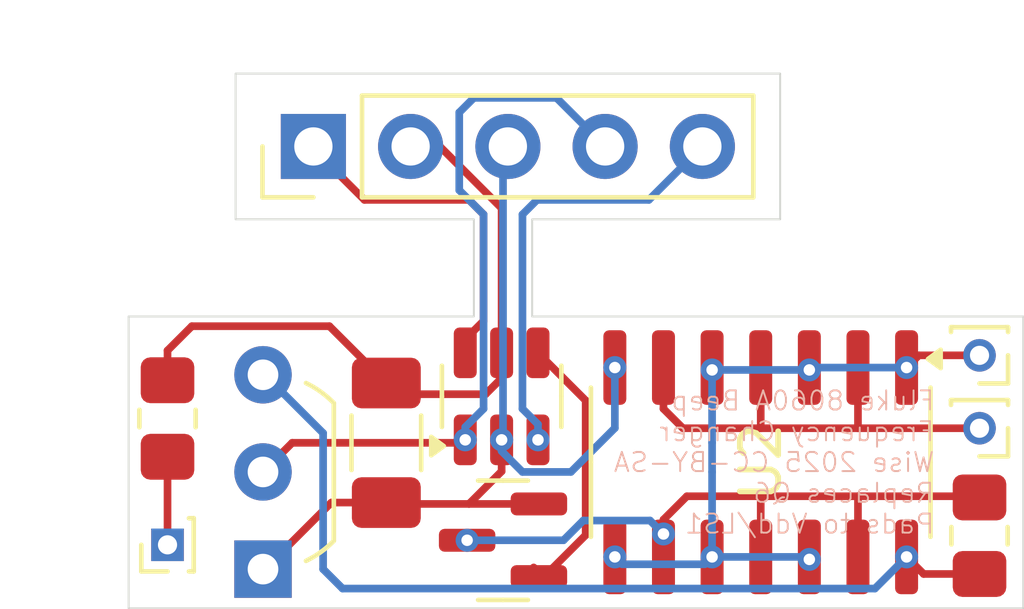
<source format=kicad_pcb>
(kicad_pcb (version 20241229) (generator "pcbnew") (generator_version "9.0")
  (layers (0 "F.Cu" signal) (2 "B.Cu" signal) (13 "F.Paste" user) (15 "B.Paste" user) (5 "F.SilkS" user "F.Silkscreen") (7 "B.SilkS" user "B.Silkscreen") (1 "F.Mask" user) (3 "B.Mask" user) (25 "Edge.Cuts" user))
  (net 0 "")
  (net 1 "GND")
  (net 2 "Net-(J1-VDD)")
  (net 3 "/TONE")
  (net 4 "Net-(J1-~{MCLR}{slash}VPP)")
  (net 5 "Net-(J2-Pin_1)")
  (net 6 "Net-(J4-Pin_1)")
  (net 7 "Net-(J5-Pin_1)")
  (net 8 "Net-(Q1-D)")
  (net 9 "/N1OUT")
  (net 10 "BTPlus")
  (net 11 "/ICSPCLK")
  (footprint "Resistor_SMD:R_0805_2012Metric_Pad1.20x1.40mm_HandSolder" (layer "F.Cu") (at 71.755 98.441 90)
    (property "Reference" "R2" (hide yes))
    (property "Value" "100K" (hide yes))
    (fp_line (start -0.227064 -0.735) (end 0.227064 -0.735) (stroke (width 0.12)) (layer "F.SilkS"))
    (fp_line (start -0.227064 0.735) (end 0.227064 0.735) (stroke (width 0.12)) (layer "F.SilkS"))
    (pad "1" smd roundrect (at -1 0 90) (size 1.2 1.4) (layers "F.Cu" "F.Mask" "F.Paste") (roundrect_rratio 0.208333) (net 10 "BTPlus"))
    (pad "2" smd roundrect (at 1 0 90) (size 1.2 1.4) (layers "F.Cu" "F.Mask" "F.Paste") (roundrect_rratio 0.208333) (net 8 "Net-(Q1-D)"))
  )
  (footprint "Capacitor_SMD:C_1206_3216Metric_Pad1.33x1.80mm_HandSolder" (layer "F.Cu") (at 56.261 96.012 -90)
    (property "Reference" "C1" (hide yes))
    (property "Value" "1u" (hide yes))
    (fp_line (start -0.711252 0.91) (end 0.711252 0.91) (stroke (width 0.12)) (layer "F.SilkS"))
    (fp_line (start -0.711252 -0.91) (end 0.711252 -0.91) (stroke (width 0.12)) (layer "F.SilkS"))
    (pad "1" smd roundrect (at -1.5625 0 270) (size 1.325 1.8) (layers "F.Cu" "F.Mask" "F.Paste") (roundrect_rratio 0.188679) (net 2 "Net-(J1-VDD)"))
    (pad "2" smd roundrect (at 1.5625 0 270) (size 1.325 1.8) (layers "F.Cu" "F.Mask" "F.Paste") (roundrect_rratio 0.188679) (net 1 "GND"))
  )
  (footprint "Package_TO_SOT_SMD:SOT-23" (layer "F.Cu") (at 59.309 98.56 180)
    (property "Reference" "Q1" (hide yes))
    (property "Value" "2N7002" (hide yes))
    (fp_line (start 0 1.56) (end 0.65 1.56) (stroke (width 0.12)) (layer "F.SilkS"))
    (fp_line (start 0 1.56) (end -0.65 1.56) (stroke (width 0.12)) (layer "F.SilkS"))
    (fp_line (start 0 -1.56) (end 0.65 -1.56) (stroke (width 0.12)) (layer "F.SilkS"))
    (fp_line (start 0 -1.56) (end -0.65 -1.56) (stroke (width 0.12)) (layer "F.SilkS"))
    (pad "1" smd roundrect (at -0.9375 -0.95 180) (size 1.475 0.6) (layers "F.Cu" "F.Mask" "F.Paste") (net 9 "/N1OUT"))
    (pad "2" smd roundrect (at -0.9375 0.95 180) (size 1.475 0.6) (layers "F.Cu" "F.Mask" "F.Paste") (net 1 "GND"))
    (pad "3" smd roundrect (at 0.9375 0 180) (size 1.475 0.6) (layers "F.Cu" "F.Mask" "F.Paste") (net 8 "Net-(Q1-D)"))
  )
  (footprint "Package_TO_SOT_SMD:SOT-23-6" (layer "F.Cu") (at 59.2725 94.7975 90)
    (property "Reference" "U1" (hide yes))
    (property "Value" "PIC10F320-IOT" (hide yes))
    (fp_line (start 0 -1.56) (end 0.8 -1.56) (stroke (width 0.12)) (layer "F.SilkS"))
    (fp_line (start 0 -1.56) (end -0.8 -1.56) (stroke (width 0.12)) (layer "F.SilkS"))
    (fp_line (start 0 1.56) (end 0.8 1.56) (stroke (width 0.12)) (layer "F.SilkS"))
    (fp_line (start 0 1.56) (end -0.8 1.56) (stroke (width 0.12)) (layer "F.SilkS"))
    (fp_poly (pts (xy -1.3 -1.51) (xy -1.54 -1.84) (xy -1.06 -1.84) (xy -1.3 -1.51)) (stroke (width 0.12)) (fill yes) (layer "F.SilkS"))
    (pad "1" smd roundrect (at -1.1375 -0.95 90) (size 1.325 0.6) (layers "F.Cu" "F.Mask" "F.Paste") (net 3 "/TONE"))
    (pad "2" smd roundrect (at -1.1375 0 90) (size 1.325 0.6) (layers "F.Cu" "F.Mask" "F.Paste") (net 1 "GND"))
    (pad "3" smd roundrect (at -1.1375 0.95 90) (size 1.325 0.6) (layers "F.Cu" "F.Mask" "F.Paste") (net 11 "/ICSPCLK"))
    (pad "4" smd roundrect (at 1.1375 0.95 90) (size 1.325 0.6) (layers "F.Cu" "F.Mask" "F.Paste") (net 9 "/N1OUT"))
    (pad "5" smd roundrect (at 1.1375 0 90) (size 1.325 0.6) (layers "F.Cu" "F.Mask" "F.Paste") (net 2 "Net-(J1-VDD)"))
    (pad "6" smd roundrect (at 1.1375 -0.95 90) (size 1.325 0.6) (layers "F.Cu" "F.Mask" "F.Paste") (net 4 "Net-(J1-~{MCLR}{slash}VPP)"))
  )
  (footprint "Connector_PinHeader_2.54mm:PinHeader_1x05_P2.54mm_Vertical" (layer "F.Cu") (at 54.356 88.265 90)
    (property "Reference" "J1" (hide yes))
    (property "Value" "Conn_PIC_ICSP_ICD")
    (fp_line (start -1.33 -1.33) (end 0 -1.33) (stroke (width 0.12)) (layer "F.SilkS"))
    (fp_line (start -1.33 0) (end -1.33 -1.33) (stroke (width 0.12)) (layer "F.SilkS"))
    (fp_line (start 1.33 1.27) (end 1.33 11.49) (stroke (width 0.12)) (layer "F.SilkS"))
    (fp_line (start -1.33 1.27) (end 1.33 1.27) (stroke (width 0.12)) (layer "F.SilkS"))
    (fp_line (start -1.33 1.27) (end -1.33 11.49) (stroke (width 0.12)) (layer "F.SilkS"))
    (fp_line (start -1.33 11.49) (end 1.33 11.49) (stroke (width 0.12)) (layer "F.SilkS"))
    (pad "1" thru_hole rect (at 0 0 90) (size 1.7 1.7) (drill 1) (layers "*.Cu" "*.Mask") (net 4 "Net-(J1-~{MCLR}{slash}VPP)"))
    (pad "2" thru_hole oval (at 0 2.54 90) (size 1.7 1.7) (drill 1) (layers "*.Cu" "*.Mask") (net 2 "Net-(J1-VDD)"))
    (pad "3" thru_hole oval (at 0 5.08 90) (size 1.7 1.7) (drill 1) (layers "*.Cu" "*.Mask") (net 1 "GND"))
    (pad "4" thru_hole oval (at 0 7.62 90) (size 1.7 1.7) (drill 1) (layers "*.Cu" "*.Mask") (net 3 "/TONE"))
    (pad "5" thru_hole oval (at 0 10.16 90) (size 1.7 1.7) (drill 1) (layers "*.Cu" "*.Mask") (net 11 "/ICSPCLK"))
  )
  (footprint "Package_SO:SOIC-14_3.9x8.7mm_P1.27mm" (layer "F.Cu") (at 66.04 96.52 -90)
    (property "Reference" "U2" (at 0 0 90) (layer "F.SilkS"))
    (property "Value" "4069" (hide yes))
    (fp_line (start 0 4.435) (end -1.95 4.435) (stroke (width 0.12)) (layer "F.SilkS"))
    (fp_line (start 0 4.435) (end 1.95 4.435) (stroke (width 0.12)) (layer "F.SilkS"))
    (fp_line (start 0 -4.435) (end -1.95 -4.435) (stroke (width 0.12)) (layer "F.SilkS"))
    (fp_line (start 0 -4.435) (end 1.95 -4.435) (stroke (width 0.12)) (layer "F.SilkS"))
    (fp_poly (pts (xy -2.7 -4.37) (xy -2.94 -4.7) (xy -2.46 -4.7)) (stroke (width 0.12)) (fill yes) (layer "F.SilkS"))
    (pad "1" smd roundrect (at -2.475 -3.81 270) (size 1.95 0.6) (layers "F.Cu" "F.Mask" "F.Paste") (net 7 "Net-(J5-Pin_1)"))
    (pad "2" smd roundrect (at -2.475 -2.54 270) (size 1.95 0.6) (layers "F.Cu" "F.Mask" "F.Paste") (net 6 "Net-(J4-Pin_1)"))
    (pad "3" smd roundrect (at -2.475 -1.27 270) (size 1.95 0.6) (layers "F.Cu" "F.Mask" "F.Paste") (net 7 "Net-(J5-Pin_1)"))
    (pad "4" smd roundrect (at -2.475 0 270) (size 1.95 0.6) (layers "F.Cu" "F.Mask" "F.Paste") (net 6 "Net-(J4-Pin_1)"))
    (pad "5" smd roundrect (at -2.475 1.27 270) (size 1.95 0.6) (layers "F.Cu" "F.Mask" "F.Paste") (net 7 "Net-(J5-Pin_1)"))
    (pad "6" smd roundrect (at -2.475 2.54 270) (size 1.95 0.6) (layers "F.Cu" "F.Mask" "F.Paste") (net 6 "Net-(J4-Pin_1)"))
    (pad "7" smd roundrect (at -2.475 3.81 270) (size 1.95 0.6) (layers "F.Cu" "F.Mask" "F.Paste") (net 1 "GND"))
    (pad "8" smd roundrect (at 2.475 3.81 270) (size 1.95 0.6) (layers "F.Cu" "F.Mask" "F.Paste") (net 7 "Net-(J5-Pin_1)"))
    (pad "9" smd roundrect (at 2.475 2.54 270) (size 1.95 0.6) (layers "F.Cu" "F.Mask" "F.Paste") (net 8 "Net-(Q1-D)"))
    (pad "10" smd roundrect (at 2.475 1.27 270) (size 1.95 0.6) (layers "F.Cu" "F.Mask" "F.Paste") (net 7 "Net-(J5-Pin_1)"))
    (pad "11" smd roundrect (at 2.475 0 270) (size 1.95 0.6) (layers "F.Cu" "F.Mask" "F.Paste") (net 8 "Net-(Q1-D)"))
    (pad "12" smd roundrect (at 2.475 -1.27 270) (size 1.95 0.6) (layers "F.Cu" "F.Mask" "F.Paste") (net 7 "Net-(J5-Pin_1)"))
    (pad "13" smd roundrect (at 2.475 -2.54 270) (size 1.95 0.6) (layers "F.Cu" "F.Mask" "F.Paste") (net 8 "Net-(Q1-D)"))
    (pad "14" smd roundrect (at 2.475 -3.81 270) (size 1.95 0.6) (layers "F.Cu" "F.Mask" "F.Paste") (net 10 "BTPlus"))
  )
  (footprint "Connector_PinHeader_1.00mm:PinHeader_1x01_P1.00mm_Vertical" (layer "F.Cu") (at 50.546 98.679 90)
    (property "Reference" "J2" (hide yes))
    (property "Value" "Conn_01x01_Pin" (hide yes))
    (fp_line (start -0.695 -0.685) (end 0 -0.685) (stroke (width 0.12)) (layer "F.SilkS"))
    (fp_line (start -0.695 0) (end -0.695 -0.685) (stroke (width 0.12)) (layer "F.SilkS"))
    (fp_line (start 0.695 0.685) (end 0.695 0.56) (stroke (width 0.12)) (layer "F.SilkS"))
    (fp_line (start 0.608276 0.685) (end 0.695 0.685) (stroke (width 0.12)) (layer "F.SilkS"))
    (fp_line (start -0.695 0.685) (end -0.695 0.56) (stroke (width 0.12)) (layer "F.SilkS"))
    (fp_line (start -0.695 0.685) (end 0.695 0.685) (stroke (width 0.12)) (layer "F.SilkS"))
    (fp_line (start -0.695 0.685) (end -0.608276 0.685) (stroke (width 0.12)) (layer "F.SilkS"))
    (pad "1" thru_hole rect (at 0 0 90) (size 0.85 0.85) (drill 0.5) (layers "*.Cu" "*.Mask") (net 5 "Net-(J2-Pin_1)"))
  )
  (footprint "Package_TO_SOT_THT:TO-92_Inline_Wide" (layer "F.Cu") (at 53.04 99.314 90)
    (property "Reference" "Q2" (hide yes))
    (property "Value" "2N3904" (hide yes))
    (fp_line (start 0.74 1.85) (end 4.34 1.85) (stroke (width 0.12)) (layer "F.SilkS"))
    (fp_arc (start 4.864184 1.122795) (mid 4.633903 1.509328) (end 4.34 1.85) (stroke (width 0.12)) (layer "F.SilkS"))
    (fp_arc (start 0.74 1.85) (mid 0.446097 1.509328) (end 0.215816 1.122795) (stroke (width 0.12)) (layer "F.SilkS"))
    (pad "1" thru_hole rect (at 0 0 90) (size 1.5 1.5) (drill 0.8) (layers "*.Cu" "*.Mask") (net 1 "GND"))
    (pad "2" thru_hole circle (at 2.54 0 90) (size 1.5 1.5) (drill 0.8) (layers "*.Cu" "*.Mask") (net 3 "/TONE"))
    (pad "3" thru_hole circle (at 5.08 0 90) (size 1.5 1.5) (drill 0.8) (layers "*.Cu" "*.Mask") (net 10 "BTPlus"))
  )
  (footprint "Resistor_SMD:R_0805_2012Metric_Pad1.20x1.40mm_HandSolder" (layer "F.Cu") (at 50.546 95.377 90)
    (property "Reference" "R1" (hide yes))
    (property "Value" "470" (hide yes))
    (fp_line (start -0.227064 -0.735) (end 0.227064 -0.735) (stroke (width 0.12)) (layer "F.SilkS"))
    (fp_line (start -0.227064 0.735) (end 0.227064 0.735) (stroke (width 0.12)) (layer "F.SilkS"))
    (pad "1" smd roundrect (at -1 0 90) (size 1.2 1.4) (layers "F.Cu" "F.Mask" "F.Paste") (roundrect_rratio 0.208333) (net 5 "Net-(J2-Pin_1)"))
    (pad "2" smd roundrect (at 1 0 90) (size 1.2 1.4) (layers "F.Cu" "F.Mask" "F.Paste") (roundrect_rratio 0.208333) (net 2 "Net-(J1-VDD)"))
  )
  (footprint "Connector_PinHeader_1.00mm:PinHeader_1x01_P1.00mm_Vertical" (layer "F.Cu") (at 71.755 93.726 180)
    (property "Reference" "J5" (hide yes))
    (property "Value" "Conn_01x01_Pin" (hide yes))
    (fp_line (start 0.745 0.735) (end 0.745 0.61) (stroke (width 0.12)) (layer "F.SilkS"))
    (fp_line (start 0.685565 0.735) (end 0.745 0.735) (stroke (width 0.12)) (layer "F.SilkS"))
    (fp_line (start -0.745 0.735) (end 0.745 0.735) (stroke (width 0.12)) (layer "F.SilkS"))
    (fp_line (start -0.745 0.735) (end -0.685565 0.735) (stroke (width 0.12)) (layer "F.SilkS"))
    (fp_line (start -0.745 0.735) (end -0.745 0.61) (stroke (width 0.12)) (layer "F.SilkS"))
    (fp_line (start -0.745 0) (end -0.745 -0.735) (stroke (width 0.12)) (layer "F.SilkS"))
    (fp_line (start -0.745 -0.735) (end 0 -0.735) (stroke (width 0.12)) (layer "F.SilkS"))
    (pad "1" thru_hole circle (at 0 0 180) (size 0.85 0.85) (drill 0.5) (layers "*.Cu" "*.Mask") (net 7 "Net-(J5-Pin_1)"))
  )
  (footprint "Connector_PinHeader_1.00mm:PinHeader_1x01_P1.00mm_Vertical" (layer "F.Cu") (at 71.755 95.631 180)
    (property "Reference" "J4" (hide yes))
    (property "Value" "Conn_01x01_Pin" (hide yes))
    (fp_line (start 0.745 0.735) (end 0.745 0.61) (stroke (width 0.12)) (layer "F.SilkS"))
    (fp_line (start 0.685565 0.735) (end 0.745 0.735) (stroke (width 0.12)) (layer "F.SilkS"))
    (fp_line (start -0.745 0.735) (end 0.745 0.735) (stroke (width 0.12)) (layer "F.SilkS"))
    (fp_line (start -0.745 0.735) (end -0.685565 0.735) (stroke (width 0.12)) (layer "F.SilkS"))
    (fp_line (start -0.745 0.735) (end -0.745 0.61) (stroke (width 0.12)) (layer "F.SilkS"))
    (fp_line (start -0.745 0) (end -0.745 -0.735) (stroke (width 0.12)) (layer "F.SilkS"))
    (fp_line (start -0.745 -0.735) (end 0 -0.735) (stroke (width 0.12)) (layer "F.SilkS"))
    (pad "1" thru_hole circle (at 0 0 180) (size 0.85 0.85) (drill 0.5) (layers "*.Cu" "*.Mask") (net 6 "Net-(J4-Pin_1)"))
  )
  (gr_poly (pts (xy 49.53 100.339423) (xy 72.898 100.339423) (xy 72.898 92.71) (xy 60.071 92.71) (xy 60.071 90.17) (xy 66.548 90.17) (xy 66.548 86.36) (xy 52.324 86.36) (xy 52.324 90.17) (xy 58.547 90.17) (xy 58.547 92.71) (xy 49.53 92.71)) (stroke (width 0.05)) (fill no) (layer "Edge.Cuts"))
  (gr_text "Fluke 8060A Beep\nFrequency Changer\nWise 2025 CC-BY-SA\nReplaces Q6\nPads to Vdd/LS1" (at 70.612 98.425 0) (layer "B.SilkS") (effects (font (size 0.5 0.5) (thickness 0.05)) (justify left bottom mirror)))
  (segment (start 59.2725 95.935) (end 59.2725 96.7575) (width 0.2) (layer "F.Cu") (net 1))
  (segment (start 54.8255 97.5745) (end 56.261 97.5745) (width 0.2) (layer "F.Cu") (net 1))
  (segment (start 56.2965 97.61) (end 58.42 97.61) (width 0.2) (layer "F.Cu") (net 1))
  (segment (start 53.04 99.314) (end 53.086 99.314) (width 0.2) (layer "F.Cu") (net 1))
  (segment (start 58.42 97.61) (end 60.2465 97.61) (width 0.2) (layer "F.Cu") (net 1))
  (segment (start 59.2725 96.7575) (end 58.42 97.61) (width 0.2) (layer "F.Cu") (net 1))
  (segment (start 56.261 97.5745) (end 56.2965 97.61) (width 0.2) (layer "F.Cu") (net 1))
  (segment (start 53.086 99.314) (end 54.8255 97.5745) (width 0.2) (layer "F.Cu") (net 1))
  (via (at 62.23 94.045) (size 0.6) (drill 0.3) (layers "F.Cu" "B.Cu") (net 1))
  (via (at 59.2725 95.935) (size 0.6) (drill 0.3) (layers "F.Cu" "B.Cu") (net 1))
  (segment (start 59.309 95.8985) (end 59.309 88.392) (width 0.2) (layer "B.Cu") (net 1))
  (segment (start 59.2725 96.2295) (end 59.817 96.774) (width 0.2) (layer "B.Cu") (net 1))
  (segment (start 59.817 96.774) (end 61.0825 96.774) (width 0.2) (layer "B.Cu") (net 1))
  (segment (start 59.309 88.392) (end 59.436 88.265) (width 0.2) (layer "B.Cu") (net 1))
  (segment (start 59.2725 95.935) (end 59.2725 96.2295) (width 0.2) (layer "B.Cu") (net 1))
  (segment (start 61.0825 96.774) (end 62.23 95.6265) (width 0.2) (layer "B.Cu") (net 1))
  (segment (start 59.2725 95.935) (end 59.309 95.8985) (width 0.2) (layer "B.Cu") (net 1))
  (segment (start 62.23 95.6265) (end 62.23 94.045) (width 0.2) (layer "B.Cu") (net 1))
  (segment (start 59.2725 93.66) (end 59.2725 89.8795) (width 0.2) (layer "F.Cu") (net 2))
  (segment (start 56.896 94.742) (end 58.852999 94.742) (width 0.2) (layer "F.Cu") (net 2))
  (segment (start 59.2725 89.8795) (end 57.658 88.265) (width 0.2) (layer "F.Cu") (net 2))
  (segment (start 56.261 94.4495) (end 54.7755 92.964) (width 0.2) (layer "F.Cu") (net 2))
  (segment (start 56.6035 94.4495) (end 56.896 94.742) (width 0.2) (layer "F.Cu") (net 2))
  (segment (start 54.7755 92.964) (end 51.181 92.964) (width 0.2) (layer "F.Cu") (net 2))
  (segment (start 56.261 94.4495) (end 56.6035 94.4495) (width 0.2) (layer "F.Cu") (net 2))
  (segment (start 51.181 92.964) (end 50.546 93.599) (width 0.2) (layer "F.Cu") (net 2))
  (segment (start 58.852999 94.742) (end 59.2725 94.322499) (width 0.2) (layer "F.Cu") (net 2))
  (segment (start 57.658 88.265) (end 56.896 88.265) (width 0.2) (layer "F.Cu") (net 2))
  (segment (start 59.2725 94.322499) (end 59.2725 93.66) (width 0.2) (layer "F.Cu") (net 2))
  (segment (start 50.546 93.599) (end 50.546 94.377) (width 0.2) (layer "F.Cu") (net 2))
  (segment (start 58.3225 95.935) (end 58.3225 95.4325) (width 0.2) (layer "F.Cu") (net 3))
  (segment (start 58.3225 95.4325) (end 58.267 95.377) (width 0.2) (layer "F.Cu") (net 3))
  (segment (start 58.2455 96.012) (end 58.3225 95.935) (width 0.2) (layer "F.Cu") (net 3))
  (segment (start 53.802 96.012) (end 58.2455 96.012) (width 0.2) (layer "F.Cu") (net 3))
  (segment (start 53.04 96.774) (end 53.802 96.012) (width 0.2) (layer "F.Cu") (net 3))
  (via (at 58.3225 95.935) (size 0.6) (drill 0.3) (layers "F.Cu" "B.Cu") (net 3))
  (segment (start 58.547 86.995) (end 60.706 86.995) (width 0.2) (layer "B.Cu") (net 3))
  (segment (start 58.166 89.408) (end 58.166 87.376) (width 0.2) (layer "B.Cu") (net 3))
  (segment (start 58.801 95.123) (end 58.801 90.043) (width 0.2) (layer "B.Cu") (net 3))
  (segment (start 58.166 87.376) (end 58.547 86.995) (width 0.2) (layer "B.Cu") (net 3))
  (segment (start 58.3225 95.935) (end 58.3225 95.6015) (width 0.2) (layer "B.Cu") (net 3))
  (segment (start 58.3225 95.6015) (end 58.801 95.123) (width 0.2) (layer "B.Cu") (net 3))
  (segment (start 60.706 86.995) (end 61.976 88.265) (width 0.2) (layer "B.Cu") (net 3))
  (segment (start 58.801 90.043) (end 58.166 89.408) (width 0.2) (layer "B.Cu") (net 3))
  (segment (start 58.3225 93.67) (end 58.3225 93.66) (width 0.2) (layer "F.Cu") (net 4))
  (segment (start 55.6895 89.662) (end 54.356 88.3285) (width 0.2) (layer "F.Cu") (net 4))
  (segment (start 58.801 92.827032) (end 58.801 90.043) (width 0.2) (layer "F.Cu") (net 4))
  (segment (start 58.801 90.043) (end 58.42 89.662) (width 0.2) (layer "F.Cu") (net 4))
  (segment (start 58.42 89.662) (end 55.6895 89.662) (width 0.2) (layer "F.Cu") (net 4))
  (segment (start 58.3225 93.305532) (end 58.801 92.827032) (width 0.2) (layer "F.Cu") (net 4))
  (segment (start 58.3225 93.66) (end 58.3225 93.305532) (width 0.2) (layer "F.Cu") (net 4))
  (segment (start 54.356 88.3285) (end 54.356 88.265) (width 0.2) (layer "F.Cu") (net 4))
  (segment (start 50.546 96.377) (end 50.546 98.679) (width 0.2) (layer "F.Cu") (net 5))
  (segment (start 68.58 94.045) (end 68.58 95.631) (width 0.2) (layer "F.Cu") (net 6))
  (segment (start 66.04 94.045) (end 66.04 95.631) (width 0.2) (layer "F.Cu") (net 6))
  (segment (start 63.5 95.123) (end 64.008 95.631) (width 0.2) (layer "F.Cu") (net 6))
  (segment (start 63.5 94.045) (end 63.5 95.123) (width 0.2) (layer "F.Cu") (net 6))
  (segment (start 68.58 95.631) (end 66.04 95.631) (width 0.2) (layer "F.Cu") (net 6))
  (segment (start 68.58 95.631) (end 71.755 95.631) (width 0.2) (layer "F.Cu") (net 6))
  (segment (start 64.008 95.631) (end 66.04 95.631) (width 0.2) (layer "F.Cu") (net 6))
  (segment (start 64.77 94.045) (end 64.77 94.107) (width 0.2) (layer "F.Cu") (net 7))
  (segment (start 67.31 98.995) (end 67.31 99.06) (width 0.2) (layer "F.Cu") (net 7))
  (segment (start 70.169 93.726) (end 69.85 94.045) (width 0.2) (layer "F.Cu") (net 7))
  (segment (start 67.31 94.045) (end 67.31 94.107) (width 0.2) (layer "F.Cu") (net 7))
  (segment (start 69.85 94.045) (end 69.85 94.234) (width 0.2) (layer "F.Cu") (net 7))
  (segment (start 71.755 93.726) (end 70.169 93.726) (width 0.2) (layer "F.Cu") (net 7))
  (via (at 64.77 98.995) (size 0.6) (drill 0.3) (layers "F.Cu" "B.Cu") (net 7))
  (via (at 64.77 94.107) (size 0.6) (drill 0.3) (layers "F.Cu" "B.Cu") (net 7))
  (via (at 67.31 99.06) (size 0.6) (drill 0.3) (layers "F.Cu" "B.Cu") (net 7))
  (via (at 69.85 94.045) (size 0.6) (drill 0.3) (layers "F.Cu" "B.Cu") (net 7))
  (via (at 62.23 98.995) (size 0.6) (drill 0.3) (layers "F.Cu" "B.Cu") (net 7))
  (via (at 67.31 94.107) (size 0.6) (drill 0.3) (layers "F.Cu" "B.Cu") (net 7))
  (segment (start 67.437 94.107) (end 67.499 94.045) (width 0.2) (layer "B.Cu") (net 7))
  (segment (start 64.77 96.774) (end 64.77 98.995) (width 0.2) (layer "B.Cu") (net 7))
  (segment (start 62.23 98.995) (end 62.422 99.187) (width 0.2) (layer "B.Cu") (net 7))
  (segment (start 64.578 99.187) (end 64.77 98.995) (width 0.2) (layer "B.Cu") (net 7))
  (segment (start 64.77 98.995) (end 67.245 98.995) (width 0.2) (layer "B.Cu") (net 7))
  (segment (start 67.245 98.995) (end 67.31 99.06) (width 0.2) (layer "B.Cu") (net 7))
  (segment (start 64.77 94.107) (end 67.31 94.107) (width 0.2) (layer "B.Cu") (net 7))
  (segment (start 64.77 96.012) (end 64.77 96.774) (width 0.2) (layer "B.Cu") (net 7))
  (segment (start 64.77 94.107) (end 64.77 96.012) (width 0.2) (layer "B.Cu") (net 7))
  (segment (start 62.422 99.187) (end 64.578 99.187) (width 0.2) (layer "B.Cu") (net 7))
  (segment (start 67.31 94.107) (end 67.437 94.107) (width 0.2) (layer "B.Cu") (net 7))
  (segment (start 67.499 94.045) (end 69.85 94.045) (width 0.2) (layer "B.Cu") (net 7))
  (segment (start 66.04 97.409) (end 64.111001 97.409) (width 0.2) (layer "F.Cu") (net 8))
  (segment (start 71.628 97.441) (end 71.596 97.409) (width 0.2) (layer "F.Cu") (net 8))
  (segment (start 66.04 97.409) (end 66.04 98.995) (width 0.2) (layer "F.Cu") (net 8))
  (segment (start 58.2 98.56) (end 58.3715 98.56) (width 0.2) (layer "F.Cu") (net 8))
  (segment (start 64.111001 97.409) (end 63.5 98.020001) (width 0.2) (layer "F.Cu") (net 8))
  (segment (start 68.58 97.409) (end 68.58 98.995) (width 0.2) (layer "F.Cu") (net 8))
  (segment (start 71.596 97.409) (end 68.58 97.409) (width 0.2) (layer "F.Cu") (net 8))
  (segment (start 68.58 97.409) (end 66.04 97.409) (width 0.2) (layer "F.Cu") (net 8))
  (segment (start 63.5 98.020001) (end 63.5 98.995) (width 0.2) (layer "F.Cu") (net 8))
  (via (at 58.3715 98.56) (size 0.6) (drill 0.3) (layers "F.Cu" "B.Cu") (net 8))
  (via (at 63.5 98.395) (size 0.6) (drill 0.3) (layers "F.Cu" "B.Cu") (net 8))
  (segment (start 63.335 98.26) (end 63.5 98.425) (width 0.2) (layer "B.Cu") (net 8))
  (segment (start 58.3715 98.56) (end 60.8885 98.56) (width 0.2) (layer "B.Cu") (net 8))
  (segment (start 60.8885 98.56) (end 61.4045 98.044) (width 0.2) (layer "B.Cu") (net 8))
  (segment (start 63.149 98.044) (end 63.5 98.395) (width 0.2) (layer "B.Cu") (net 8))
  (segment (start 61.4045 98.044) (end 63.149 98.044) (width 0.2) (layer "B.Cu") (net 8))
  (segment (start 63.5 98.425) (end 63.5 98.395) (width 0.2) (layer "B.Cu") (net 8))
  (segment (start 60.383 99.51) (end 61.468 98.425) (width 0.2) (layer "F.Cu") (net 9))
  (segment (start 61.468 98.425) (end 61.468 94.9055) (width 0.2) (layer "F.Cu") (net 9))
  (segment (start 60.11 99.3735) (end 60.11 99.27) (width 0.2) (layer "F.Cu") (net 9))
  (segment (start 60.2465 99.51) (end 60.383 99.51) (width 0.2) (layer "F.Cu") (net 9))
  (segment (start 61.468 94.9055) (end 60.2225 93.66) (width 0.2) (layer "F.Cu") (net 9))
  (segment (start 60.2465 99.51) (end 60.11 99.3735) (width 0.2) (layer "F.Cu") (net 9))
  (segment (start 70.296 99.441) (end 71.628 99.441) (width 0.2) (layer "F.Cu") (net 10))
  (segment (start 69.85 98.995) (end 70.296 99.441) (width 0.2) (layer "F.Cu") (net 10))
  (via (at 69.85 98.995) (size 0.6) (drill 0.3) (layers "F.Cu" "B.Cu") (net 10))
  (segment (start 53.086 94.234) (end 53.04 94.234) (width 0.2) (layer "B.Cu") (net 10))
  (segment (start 54.61 99.314) (end 54.61 95.758) (width 0.2) (layer "B.Cu") (net 10))
  (segment (start 69.023 99.822) (end 55.118 99.822) (width 0.2) (layer "B.Cu") (net 10))
  (segment (start 69.85 98.995) (end 69.023 99.822) (width 0.2) (layer "B.Cu") (net 10))
  (segment (start 55.118 99.822) (end 54.61 99.314) (width 0.2) (layer "B.Cu") (net 10))
  (segment (start 54.61 95.758) (end 53.086 94.234) (width 0.2) (layer "B.Cu") (net 10))
  (via (at 60.2225 95.935) (size 0.6) (drill 0.3) (layers "F.Cu" "B.Cu") (net 11))
  (segment (start 60.198 89.662) (end 63.119 89.662) (width 0.2) (layer "B.Cu") (net 11))
  (segment (start 60.2225 95.935) (end 60.2225 95.5285) (width 0.2) (layer "B.Cu") (net 11))
  (segment (start 63.119 89.662) (end 64.516 88.265) (width 0.2) (layer "B.Cu") (net 11))
  (segment (start 59.817 90.043) (end 60.198 89.662) (width 0.2) (layer "B.Cu") (net 11))
  (segment (start 59.817 95.123) (end 59.817 90.043) (width 0.2) (layer "B.Cu") (net 11))
  (segment (start 60.2225 95.5285) (end 59.817 95.123) (width 0.2) (layer "B.Cu") (net 11))
)
</source>
